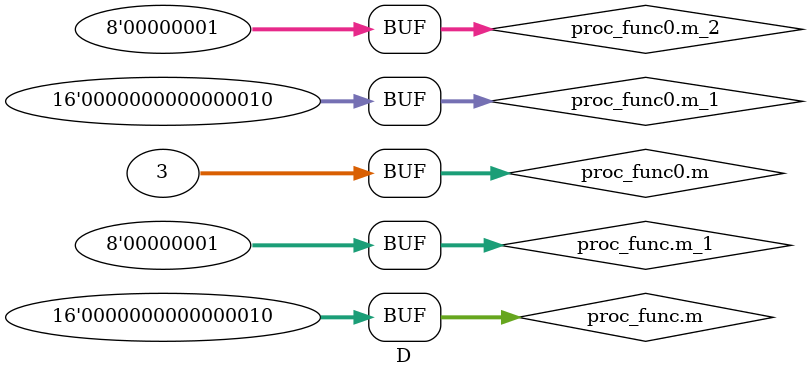
<source format=sv>

module B_top // "b_mod"
(
);


//------------------------------------------------------------------------------
// Child module instances

C c_mod
(

);

D d_mod
(

);

endmodule



//==============================================================================
//
// Module: C (test_virtual_cast.cpp:72:5)
//
module C // "b_mod.c_mod"
(
);

// Variables generated for SystemC signals

//------------------------------------------------------------------------------
// Method process: proc_func (test_virtual_cast.cpp:39:5) 

always_comb 
begin : proc_func     // test_virtual_cast.cpp:39:5
    logic signed [15:0] m;
    logic signed [7:0] m_1;
    // Call f() begin
    m = 2;
    // Call f() end
    // Call f() begin
    m = 2;
    // Call f() end
    // Call f() begin
    m_1 = 1;
    // Call f() end
end

endmodule



//==============================================================================
//
// Module: D (test_virtual_cast.cpp:73:5)
//
module D // "b_mod.d_mod"
(
);

// Variables generated for SystemC signals

//------------------------------------------------------------------------------
// Method process: proc_func (test_virtual_cast.cpp:39:5) 

always_comb 
begin : proc_func     // test_virtual_cast.cpp:39:5
    logic signed [15:0] m;
    logic signed [7:0] m_1;
    // Call f() begin
    m = 2;
    // Call f() end
    // Call f() begin
    m = 2;
    // Call f() end
    // Call f() begin
    m_1 = 1;
    // Call f() end
end

//------------------------------------------------------------------------------
// Method process: proc_func0 (test_virtual_cast.cpp:60:5) 

always_comb 
begin : proc_func0     // test_virtual_cast.cpp:60:5
    integer m;
    logic signed [15:0] m_1;
    logic signed [7:0] m_2;
    // Call f() begin
    m = 3;
    // Call f() end
    // Call f() begin
    m = 3;
    // Call f() end
    // Call f() begin
    m_1 = 2;
    // Call f() end
    // Call f() begin
    m_2 = 1;
    // Call f() end
end

endmodule



</source>
